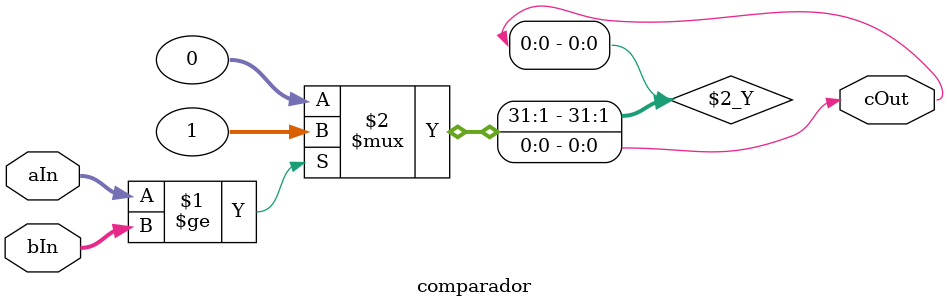
<source format=sv>
module comparador (
			input logic [7:0] aIn,
			input logic [7:0] bIn,
			output logic cOut
);

assign cOut = (aIn >= bIn) ? 1 : 0;
		
endmodule
</source>
